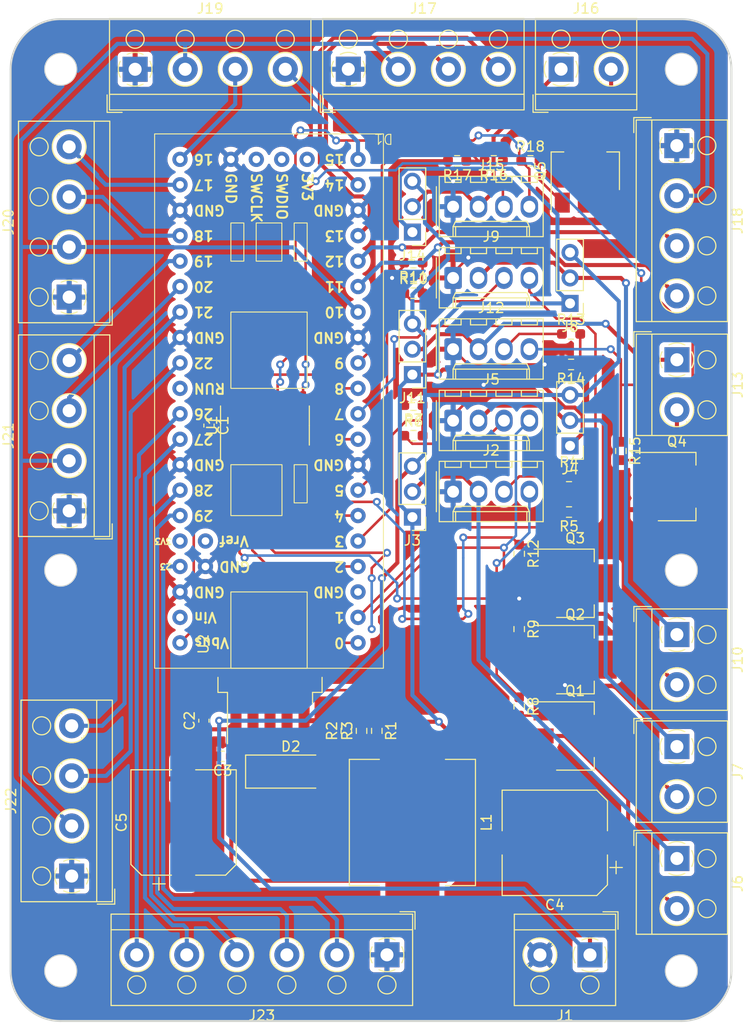
<source format=kicad_pcb>
(kicad_pcb (version 20221018) (generator pcbnew)
  (layers (0 "F.Cu" signal) (31 "B.Cu" signal) (34 "B.Paste" user) (35 "F.Paste" user) (36 "B.SilkS" user "B.Silkscreen") (37 "F.SilkS" user "F.Silkscreen") (38 "B.Mask" user) (39 "F.Mask" user) (44 "Edge.Cuts" user))
  (net 0 "")
  (net 1 "+24V")
  (net 2 "+12V")
  (net 3 "Net-(D1-GPIO0)")
  (net 4 "Net-(D1-GPIO1)")
  (net 5 "Net-(D1-GPIO2)")
  (net 6 "Net-(D1-GPIO3)")
  (net 7 "Net-(D1-GPIO4)")
  (net 8 "Net-(D1-GPIO5)")
  (net 9 "PWM_FAN3")
  (net 10 "SENSE_FAN3")
  (net 13 "+5V")
  (net 18 "GND")
  (net 19 "PWM_FAN4")
  (net 20 "SENSE_FAN4")
  (net 21 "Net-(D2-K)")
  (net 22 "Net-(J2-Pin_2)")
  (net 23 "Net-(J2-Pin_3)")
  (net 24 "Net-(J2-Pin_4)")
  (net 25 "Net-(J4-Pin_2)")
  (net 26 "Net-(J5-Pin_3)")
  (net 27 "Net-(J5-Pin_4)")
  (net 28 "Net-(J6-Pin_2)")
  (net 29 "Net-(J7-Pin_2)")
  (net 30 "Net-(J10-Pin_1)")
  (net 31 "Net-(J9-Pin_3)")
  (net 32 "Net-(J9-Pin_4)")
  (net 33 "Net-(J10-Pin_2)")
  (net 34 "Net-(J11-Pin_2)")
  (net 35 "Net-(J12-Pin_3)")
  (net 36 "Net-(J12-Pin_4)")
  (net 37 "Net-(J13-Pin_2)")
  (net 38 "Net-(J14-Pin_2)")
  (net 39 "Net-(J15-Pin_3)")
  (net 40 "Net-(J15-Pin_4)")
  (net 41 "Net-(J16-Pin_2)")
  (net 42 "Net-(Q1-G)")
  (net 43 "Net-(Q2-G)")
  (net 44 "Net-(Q3-G)")
  (net 45 "Net-(Q4-G)")
  (net 46 "Net-(Q5-G)")
  (net 47 "Net-(R1-Pad2)")
  (net 48 "Net-(U2-FB)")
  (net 50 "ENABLE_STEPPER")
  (net 51 "DIR_0")
  (net 52 "STEP_0")
  (net 53 "DIR_1")
  (net 54 "STEP_1")
  (net 55 "DIR_2")
  (net 56 "STEP_2")
  (net 57 "DIR_3")
  (net 58 "STEP_3")
  (net 59 "DIR_4")
  (net 60 "STEP_4")
  (net 61 "DIR_5")
  (net 62 "STEP_5")
  (net 63 "Net-(D1-GPIO26)")
  (net 64 "Net-(D1-GPIO27)")
  (net 65 "Net-(D1-GPIO28)")
  (net 66 "Net-(D1-GPIO29)")
  (net 67 "Net-(D1-GPIO23)")
  (footprint "Resistor_SMD:R_0603_1608Metric_Pad0.98x0.95mm_HandSolder" (layer "F.Cu") (at 35.052 -28.956 90)
    (fp_text reference "R3")
    (fp_text value "1k")
  )
  (footprint "Resistor_SMD:R_0603_1608Metric_Pad0.98x0.95mm_HandSolder" (layer "F.Cu") (at 55.7765 -54.356)
    (fp_text reference "R4")
    (fp_text value "2k7")
  )
  (footprint "Resistor_SMD:R_0603_1608Metric_Pad0.98x0.95mm_HandSolder" (layer "F.Cu") (at 44.6005 -85.852 180)
    (fp_text reference "R17")
    (fp_text value "5k1")
  )
  (footprint "TerminalBlock_RND:TerminalBlock_RND_205-00003_1x04_P5.00mm_Horizontal" (layer "F.Cu") (at 33.728 -95.004)
    (fp_text reference "J17")
    (fp_text value "Conn_01x04_Pin")
  )
  (footprint "TerminalBlock_RND:TerminalBlock_RND_205-00003_1x04_P5.00mm_Horizontal" (layer "F.Cu") (at 5.842 -72.256 90)
    (fp_text reference "J20")
    (fp_text value "Conn_01x04_Pin")
  )
  (footprint "Connector_Molex:Molex_KK-254_AE-6410-04A_1x04_P2.54mm_Vertical" (layer "F.Cu") (at 44.196 -52.832)
    (fp_text reference "J2")
    (fp_text value "Conn_01x04_Pin")
  )
  (footprint "Resistor_SMD:R_0603_1608Metric_Pad0.98x0.95mm_HandSolder" (layer "F.Cu") (at 40.2355 -72.644)
    (fp_text reference "R10")
    (fp_text value "2k7")
  )
  (footprint "Resistor_SMD:R_0603_1608Metric_Pad0.98x0.95mm_HandSolder" (layer "F.Cu") (at 36.576 -28.956 -90)
    (fp_text reference "R1")
    (fp_text value "12k")
  )
  (footprint "Resistor_SMD:R_0603_1608Metric_Pad0.98x0.95mm_HandSolder" (layer "F.Cu") (at 51.9195 -85.852)
    (fp_text reference "R18")
    (fp_text value "100R")
  )
  (footprint "Connector_Molex:Molex_KK-254_AE-6410-04A_1x04_P2.54mm_Vertical" (layer "F.Cu") (at 44.196 -67.056)
    (fp_text reference "J12")
    (fp_text value "Conn_01x04_Pin")
  )
  (footprint "Capacitor_SMD:C_0603_1608Metric_Pad1.08x0.95mm_HandSolder" (layer "F.Cu") (at 19.304 -29.972 90)
    (fp_text reference "C2")
    (fp_text value "100n")
  )
  (footprint "Resistor_SMD:R_0603_1608Metric_Pad0.98x0.95mm_HandSolder" (layer "F.Cu") (at 40.2355 -58.42)
    (fp_text reference "R6")
    (fp_text value "2k7")
  )
  (footprint "Package_TO_SOT_SMD:SOT-223" (layer "F.Cu") (at 66.548 -53.34)
    (fp_text reference "Q4")
    (fp_text value "IRFL4105PBF")
  )
  (footprint "Package_TO_SOT_SMD:SOT-223" (layer "F.Cu") (at 56.388 -43.688)
    (fp_text reference "Q3")
    (fp_text value "IRFL4105PBF")
  )
  (footprint "TerminalBlock_RND:TerminalBlock_RND_205-00001_1x02_P5.00mm_Horizontal" (layer "F.Cu") (at 54.984 -95.004)
    (fp_text reference "J16")
    (fp_text value "Conn_01x02_Socket")
  )
  (footprint "Connector_PinHeader_2.54mm:PinHeader_1x03_P2.54mm_Vertical" (layer "F.Cu") (at 40.132 -50.292 180)
    (fp_text reference "J3")
    (fp_text value "Conn_01x03_Pin")
  )
  (footprint "Resistor_SMD:R_0603_1608Metric_Pad0.98x0.95mm_HandSolder" (layer "F.Cu") (at 50.8 -46.6325 -90)
    (fp_text reference "R12")
    (fp_text value "100R")
  )
  (footprint "Connector_PinHeader_2.54mm:PinHeader_1x03_P2.54mm_Vertical" (layer "F.Cu") (at 55.88 -57.404 180)
    (fp_text reference "J4")
    (fp_text value "Conn_01x03_Pin")
  )
  (footprint "Resistor_SMD:R_0603_1608Metric_Pad0.98x0.95mm_HandSolder" (layer "F.Cu") (at 50.8 -39.116 -90)
    (fp_text reference "R9")
    (fp_text value "100R")
  )
  (footprint "Resistor_SMD:R_0603_1608Metric_Pad0.98x0.95mm_HandSolder" (layer "F.Cu") (at 48.26 -85.852 180)
    (fp_text reference "R16")
    (fp_text value "2k7")
  )
  (footprint "TerminalBlock_RND:TerminalBlock_RND_205-00001_1x02_P5.00mm_Horizontal" (layer "F.Cu") (at 66.556 -66 -90)
    (fp_text reference "J13")
    (fp_text value "Conn_01x02_Socket")
  )
  (footprint "TerminalBlock_RND:TerminalBlock_RND_205-00001_1x02_P5.00mm_Horizontal" (layer "F.Cu") (at 66.556 -16.216 -90)
    (fp_text reference "J6")
    (fp_text value "Conn_01x02_Socket")
  )
  (footprint "Resistor_SMD:R_0603_1608Metric_Pad0.98x0.95mm_HandSolder" (layer "F.Cu") (at 50.8 -31.3925 -90)
    (fp_text reference "R8")
    (fp_text value "100R")
  )
  (footprint "Package_TO_SOT_SMD:TO-263-5_TabPin3" (layer "F.Cu") (at 25.908 -37.622 90)
    (fp_text reference "U2")
    (fp_text value "LM2576HVS-ADJ")
  )
  (footprint "Package_TO_SOT_SMD:SOT-223" (layer "F.Cu") (at 57.404 -84.836 90)
    (fp_text reference "Q5")
    (fp_text value "IRFL4105PBF")
  )
  (footprint "Package_TO_SOT_SMD:SOT-223" (layer "F.Cu") (at 56.388 -36.068)
    (fp_text reference "Q2")
    (fp_text value "IRFL4105PBF")
  )
  (footprint "Capacitor_SMD:C_0603_1608Metric_Pad1.08x0.95mm_HandSolder" (layer "F.Cu") (at 19.812 -59.436 -90)
    (fp_text reference "C1")
    (fp_text value "100n")
  )
  (footprint "Diode_SMD:D_SMA_Handsoldering" (layer "F.Cu") (at 27.98 -24.892)
    (fp_text reference "D2")
    (fp_text value "SS34")
  )
  (footprint "Connector_Molex:Molex_KK-254_AE-6410-04A_1x04_P2.54mm_Vertical" (layer "F.Cu") (at 44.196 -59.924)
    (fp_text reference "J5")
    (fp_text value "Conn_01x04_Pin")
  )
  (footprint "TerminalBlock_RND:TerminalBlock_RND_205-00005_1x06_P5.00mm_Horizontal" (layer "F.Cu") (at 37.592 -6.604 180)
    (fp_text reference "J23")
    (fp_text value "Conn_01x06_Pin" hide)
  )
  (footprint "TerminalBlock_RND:TerminalBlock_RND_205-00003_1x04_P5.00mm_Horizontal" (layer "F.Cu") (at 5.842 -50.92 90)
    (fp_text reference "J21")
    (fp_text value "Conn_01x04_Pin")
  )
  (footprint "Connector_PinHeader_2.54mm:PinHeader_1x03_P2.54mm_Vertical" (layer "F.Cu") (at 40.132 -78.74 180)
    (fp_text reference "J14")
    (fp_text value "Conn_01x03_Pin")
  )
  (footprint "Resistor_SMD:R_0603_1608Metric_Pad0.98x0.95mm_HandSolder" (layer "F.Cu") (at 55.7765 -50.8 180)
    (fp_text reference "R5")
    (fp_text value "5k1")
  )
  (footprint "Connector_PinHeader_2.54mm:PinHeader_1x03_P2.54mm_Vertical" (layer "F.Cu") (at 55.88 -71.628 180)
    (fp_text reference "J8")
    (fp_text value "Conn_01x03_Pin")
  )
  (footprint "Package_SO:SOIC-14_3.9x8.7mm_P1.27mm" (layer "F.Cu") (at 25.4 -59.436 90)
    (fp_text reference "U1")
    (fp_text value "74HC14")
  )
  (footprint "Connector_Molex:Molex_KK-254_AE-6410-04A_1x04_P2.54mm_Vertical" (layer "F.Cu") (at 44.196 -74.168)
    (fp_text reference "J9")
    (fp_text value "Conn_01x04_Pin")
  )
  (footprint "TerminalBlock_RND:TerminalBlock_RND_205-00001_1x02_P5.00mm_Horizontal" (layer "F.Cu") (at 66.556 -38.568 -90)
    (fp_text reference "J10")
    (fp_text value "Conn_01x02_Socket")
  )
  (footprint "Resistor_SMD:R_0603_1608Metric_Pad0.98x0.95mm_HandSolder" (layer "F.Cu") (at 55.9835 -68.58)
    (fp_text reference "R13")
    (fp_text value "2k7")
  )
  (footprint "Resistor_SMD:R_0603_1608Metric_Pad0.98x0.95mm_HandSolder" (layer "F.Cu") (at 55.9835 -65.532 180)
    (fp_text reference "R14")
    (fp_text value "5k1")
  )
  (footprint "Resistor_SMD:R_0603_1608Metric_Pad0.98x0.95mm_HandSolder" (layer "F.Cu") (at 40.2355 -75.692 180)
    (fp_text reference "R11")
    (fp_text value "5k1")
  )
  (footprint "Connector_PinHeader_2.54mm:PinHeader_1x03_P2.54mm_Vertical" (layer "F.Cu") (at 40.132 -64.516 180)
    (fp_text reference "J11")
    (fp_text value "Conn_01x03_Pin")
  )
  (footprint "Resistor_SMD:R_0603_1608Metric_Pad0.98x0.95mm_HandSolder" (layer "F.Cu") (at 33.528 -28.956 90)
    (fp_text reference "R2")
    (fp_text value "1k5")
  )
  (footprint "Capacitor_SMD:CP_Elec_10x7.9" (layer "F.Cu") (at 17.272 -19.812 90)
    (fp_text reference "C5")
    (fp_text value "330u")
  )
  (footprint "GioN_Custom:L_12x12mm_H8mm" (layer "F.Cu") (at 40.132 -19.812 -90)
    (fp_text reference "L1")
    (fp_text value "100u")
  )
  (footprint "TerminalBlock_RND:TerminalBlock_RND_205-00003_1x04_P5.00mm_Horizontal" (layer "F.Cu") (at 6.096 -14.464 90)
    (fp_text reference "J22")
    (fp_text value "Conn_01x04_Pin")
  )
  (footprint "Resistor_SMD:R_0603_1608Metric_Pad0.98x0.95mm_HandSolder" (layer "F.Cu") (at 60.96 -56.896 -90)
    (fp_text reference "R15")
    (fp_text value "100R")
  )
  (footprint "Capacitor_SMD:CP_Elec_10x7.9" (layer "F.Cu") (at 54.356 -17.78 180)
    (fp_text reference "C4")
    (fp_text value "330u")
  )
  (footprint "Connector_Molex:Molex_KK-254_AE-6410-04A_1x04_P2.54mm_Vertical" (layer "F.Cu") (at 44.196 -81.28)
    (fp_text reference "J15")
    (fp_text value "Conn_01x04_Pin")
  )
  (footprint "TerminalBlock_RND:TerminalBlock_RND_205-00003_1x04_P5.00mm_Horizontal" (layer "F.Cu") (at 66.548 -87.376 -90)
    (fp_text reference "J18")
    (fp_text value "Conn_01x04_Pin")
  )
  (footprint "GioN_Custom:RaspberryPi_Pico_2040" (layer "F.Cu") (at 37.238 -88.546 180)
    (fp_text reference "D1")
    (fp_text value "~")
  )
  (footprint "Capacitor_SMD:C_0603_1608Metric_Pad1.08x0.95mm_HandSolder" (layer "F.Cu") (at 21.1825 -26.416 180)
    (fp_text reference "C3")
    (fp_text value "100n")
  )
  (footprint "TerminalBlock_RND:TerminalBlock_RND_205-00003_1x04_P5.00mm_Horizontal" (layer "F.Cu") (at 12.432 -94.996)
    (fp_text reference "J19")
    (fp_text value "Conn_01x04_Pin")
  )
  (footprint "Package_TO_SOT_SMD:SOT-223" (layer "F.Cu") (at 56.388 -28.448)
    (fp_text reference "Q1")
    (fp_text value "IRFL4105PBF")
  )
  (footprint "TerminalBlock_RND:TerminalBlock_RND_205-00001_1x02_P5.00mm_Horizontal" (layer "F.Cu") (at 66.556 -27.392 -90)
    (fp_text reference "J7")
    (fp_text value "Conn_01x02_Socket")
  )
  (footprint "Resistor_SMD:R_0603_1608Metric_Pad0.98x0.95mm_HandSolder" (layer "F.Cu") (at 40.2355 -61.468 180)
    (fp_text reference "R7")
    (fp_text value "5k1")
  )
  (footprint "TerminalBlock_RND:TerminalBlock_RND_205-00001_1x02_P5.00mm_Horizontal" (layer "F.Cu") (at 57.872 -6.596 180)
    (fp_text reference "J1")
    (fp_text value "Conn_01x02_Socket")
  )
  (gr_arc (start 5 0) (mid 1.464466 -1.464466) (end 0 -5) (stroke (width 0.2)) (layer "Edge.Cuts"))
  (gr_arc (start 0 -95) (mid 1.464466 -98.535534) (end 5 -100) (stroke (width 0.2)) (layer "Edge.Cuts"))
  (gr_circle (center 5 -95) (end 6.6 -95) (stroke (width 0.1)) (fill none) (layer "Edge.Cuts"))
  (gr_line (start 72 -5) (end 72 -45) (stroke (width 0.2)) (layer "Edge.Cuts"))
  (gr_line (start 0 -45) (end 0 -5) (stroke (width 0.2)) (layer "Edge.Cuts"))
  (gr_line (start 5 0) (end 67 0) (stroke (width 0.2)) (layer "Edge.Cuts"))
  (gr_arc (start 67 -100) (mid 70.535534 -98.535534) (end 72 -95) (stroke (width 0.2)) (layer "Edge.Cuts"))
  (gr_arc (start 72 -5) (mid 70.535533 -1.464467) (end 67 0) (stroke (width 0.2)) (layer "Edge.Cuts"))
  (gr_circle (center 4.999966 -4.999986) (end 3.399966 -4.999986) (stroke (width 0.1)) (fill none) (layer "Edge.Cuts"))
  (gr_circle (center 66.999966 -4.999986) (end 65.399966 -4.999986) (stroke (width 0.1)) (fill none) (layer "Edge.Cuts"))
  (gr_line (start 0 -95) (end 0 -45) (stroke (width 0.2)) (layer "Edge.Cuts"))
  (gr_circle (center 66.999966 -44.999986) (end 65.399966 -44.999986) (stroke (width 0.1)) (fill none) (layer "Edge.Cuts"))
  (gr_circle (center 67 -95) (end 68.6 -95) (stroke (width 0.1)) (fill none) (layer "Edge.Cuts"))
  (gr_circle (center 4.999966 -44.999986) (end 3.399966 -44.999986) (stroke (width 0.1)) (fill none) (layer "Edge.Cuts"))
  (gr_line (start 72 -45) (end 72 -95) (stroke (width 0.2)) (layer "Edge.Cuts"))
  (gr_line (start 67 -100) (end 5 -100) (stroke (width 0.2)) (layer "Edge.Cuts"))
  (segment (start 57.872 -6.596) (end 57.872 -16.946) (width 0.4064) (layer "F.Cu") (net 1))
  (segment (start 20.828 -29.972) (end 20.828 -29.1095) (width 0.4064) (layer "F.Cu") (net 1))
  (segment (start 40.132 -55.372) (end 38.6302 -53.8702) (width 0.4064) (layer "F.Cu") (net 1))
  (segment (start 38.6302 -45.7422) (end 37.084 -44.196) (width 0.4064) (layer "F.Cu") (net 1))
  (segment (start 21.6455 -29.1095) (end 22.508 -29.972) (width 0.4064) (layer "F.Cu") (net 1))
  (segment (start 38.6302 -53.8702) (end 38.6302 -45.7422) (width 0.4064) (layer "F.Cu") (net 1))
  (segment (start 20.828 -29.1095) (end 21.6455 -29.1095) (width 0.4064) (layer "F.Cu") (net 1))
  (segment (start 57.872 -16.946) (end 58.706 -17.78) (width 0.4064) (layer "F.Cu") (net 1))
  (segment (start 19.304 -29.1095) (end 20.828 -29.1095) (width 0.4064) (layer "F.Cu") (net 1))
  (via (at 20.828 -29.972) (size 0.8) (drill 0.4) (layers "F.Cu" "B.Cu") (net 1))
  (via (at 37.084 -44.196) (size 0.8) (drill 0.4) (layers "F.Cu" "B.Cu") (net 1))
  (segment (start 57.872 -6.596) (end 51.26 -13.208) (width 0.4064) (layer "B.Cu") (net 1))
  (segment (start 41.3852 -62.484) (end 41.3852 -56.6252) (width 0.4064) (layer "B.Cu") (net 1))
  (segment (start 41.3852 -79.638697) (end 43.688 -77.335897) (width 0.4064) (layer "B.Cu") (net 1))
  (segment (start 37.084 -37.592) (end 29.464 -29.972) (width 0.4064) (layer "B.Cu") (net 1))
  (segment (start 25.908 -13.208) (end 20.828 -18.288) (width 0.4064) (layer "B.Cu") (net 1))
  (segment (start 57.404 -62.484) (end 55.88 -62.484) (width 0.4064) (layer "B.Cu") (net 1))
  (segment (start 40.132 -69.596) (end 41.3852 -68.3428) (width 0.4064) (layer "B.Cu") (net 1))
  (segment (start 43.688 -77.335897) (end 43.688 -76.055692) (width 0.4064) (layer "B.Cu") (net 1))
  (segment (start 20.828 -18.288) (end 20.828 -29.972) (width 0.4064) (layer "B.Cu") (net 1))
  (segment (start 41.3852 -82.5668) (end 41.3852 -79.638697) (width 0.4064) (layer "B.Cu") (net 1))
  (segment (start 55.88 -62.484) (end 41.3852 -62.484) (width 0.4064) (layer "B.Cu") (net 1))
  (segment (start 41.3852 -68.3428) (end 41.3852 -62.484) (width 0.4064) (layer "B.Cu") (net 1))
  (segment (start 55.88 -76.708) (end 60.7472 -71.8408) (width 0.4064) (layer "B.Cu") (net 1))
  (segment (start 43.688 -76.055692) (end 40.132 -72.499692) (width 0.4064) (layer "B.Cu") (net 1))
  (segment (start 60.7472 -71.8408) (end 60.7472 -65.8272) (width 0.4064) (layer "B.Cu") (net 1))
  (segment (start 51.26 -13.208) (end 25.908 -13.208) (width 0.4064) (layer "B.Cu") (net 1))
  (segment (start 40.132 -83.82) (end 41.3852 -82.5668) (width 0.4064) (layer "B.Cu") (net 1))
  (segment (start 41.3852 -56.6252) (end 40.132 -55.372) (width 0.4064) (layer "B.Cu") (net 1))
  (segment (start 40.132 -72.499692) (end 40.132 -69.596) (width 0.4064) (layer "B.Cu") (net 1))
  (segment (start 29.464 -29.972) (end 20.828 -29.972) (width 0.4064) (layer "B.Cu") (net 1))
  (segment (start 60.7472 -65.8272) (end 57.404 -62.484) (width 0.4064) (layer "B.Cu") (net 1))
  (segment (start 37.084 -44.196) (end 37.084 -37.592) (width 0.4064) (layer "B.Cu") (net 1))
  (segment (start 57.1332 -58.6572) (end 55.88 -57.404) (width 0.4064) (layer "F.Cu") (net 2))
  (segment (start 22.045 -26.416) (end 22.045 -14.199) (width 0.4064) (layer "F.Cu") (net 2))
  (segment (start 36.576 -29.8685) (end 42.7755 -29.8685) (width 0.4064) (layer "F.Cu") (net 2))
  (segment (start 42.672 -64.516) (end 43.18 -65.024) (width 0.4064) (layer "F.Cu") (net 2))
  (segment (start 55.360907 -61.2308) (end 56.365493 -61.2308) (width 0.4064) (layer "F.Cu") (net 2))
  (segment (start 57.1332 -60.463093) (end 57.1332 -58.6572) (width 0.4064) (layer "F.Cu") (net 2))
  (segment (start 45.500384 -65.0018) (end 51.589907 -65.0018) (width 0.4064) (layer "F.Cu") (net 2))
  (segment (start 43.18 -65.024) (end 45.478184 -65.024) (width 0.4064) (layer "F.Cu") (net 2))
  (segment (start 17.272 -15.462) (end 18.736 -13.998) (width 0.4064) (layer "F.Cu") (net 2))
  (segment (start 51.589907 -65.0018) (end 55.360907 -61.2308) (width 0.4064) (layer "F.Cu") (net 2))
  (segment (start 18.736 -13.998) (end 21.844 -13.998) (width 0.4064) (layer "F.Cu") (net 2))
  (segment (start 44.196 -14.732) (end 43.462 -13.998) (width 0.4064) (layer "F.Cu") (net 2))
  (segment (start 43.462 -13.998) (end 40.132 -13.998) (width 0.4064) (layer "F.Cu") (net 2))
  (segment (start 22.045 -14.199) (end 21.844 -13.998) (width 0.4064) (layer "F.Cu") (net 2))
  (segment (start 40.132 -64.516) (end 42.672 -64.516) (width 0.4064) (layer "F.Cu") (net 2))
  (segment (start 56.365493 -61.2308) (end 57.1332 -60.463093) (width 0.4064) (layer "F.Cu") (net 2))
  (segment (start 21.844 -13.998) (end 40.132 -13.998) (width 0.4064) (layer "F.Cu") (net 2))
  (segment (start 44.196 -28.448) (end 44.196 -14.732) (width 0.4064) (layer "F.Cu") (net 2))
  (segment (start 45.478184 -65.024) (end 45.500384 -65.0018) (width 0.4064) (layer "F.Cu") (net 2))
  (segment (start 42.7755 -29.8685) (end 44.196 -28.448) (width 0.4064) (layer "F.Cu") (net 2))
  (via (at 42.672 -64.516) (size 0.8) (drill 0.4) (layers "F.Cu" "B.Cu") (net 2))
  (via (at 42.7755 -29.8685) (size 0.8) (drill 0.4) (layers "F.Cu" "B.Cu") (net 2))
  (segment (start 38.8788 -63.2628) (end 40.132 -64.516) (width 0.4064) (layer "B.Cu") (net 2))
  (segment (start 38.8788 -79.9932) (end 40.132 -78.74) (width 0.4064) (layer "B.Cu") (net 2))
  (segment (start 40.132 -32.512) (end 42.7755 -29.8685) (width 0.4064) (layer "B.Cu") (net 2))
  (segment (start 40.132 -50.292) (end 38.8788 -51.5452) (width 0.4064) (layer "B.Cu") (net 2))
  (segment (start 38.8788 -51.5452) (end 38.8788 -63.2628) (width 0.4064) (layer "B.Cu") (net 2))
  (segment (start 50.0548 -85.0732) (end 39.612907 -85.0732) (width 0.4064) (layer "B.Cu") (net 2))
  (segment (start 45.025621 -71.628) (end 42.672 -69.274379) (width 0.4064) (layer "B.Cu") (net 2))
  (segment (start 40.132 -50.292) (end 40.132 -32.512) (width 0.4064) (layer "B.Cu") (net 2))
  (segment (start 54.6268 -72.8812) (end 54.6268 -80.5012) (width 0.4064) (layer "B.Cu") (net 2))
  (segment (start 54.6268 -80.5012) (end 50.0548 -85.0732) (width 0.4064) (layer "B.Cu") (net 2))
  (segment (start 42.672 -69.274379) (end 42.672 -64.516) (width 0.4064) (layer "B.Cu") (net 2))
  (segment (start 55.88 -71.628) (end 54.6268 -72.8812) (width 0.4064) (layer "B.Cu") (net 2))
  (segment (start 39.612907 -85.0732) (end 38.8788 -84.339093) (width 0.4064) (layer "B.Cu") (net 2))
  (segment (start 55.88 -71.628) (end 45.025621 -71.628) (width 0.4064) (layer "B.Cu") (net 2))
  (segment (start 38.8788 -84.339093) (end 38.8788 -79.9932) (width 0.4064) (layer "B.Cu") (net 2))
  (segment (start 22.86 -44.704) (end 21.59 -45.974) (width 0.254) (layer "F.Cu") (net 3))
  (segment (start 32.512 -38.1) (end 32.512 -43.688) (width 0.254) (layer "F.Cu") (net 3))
  (segment (start 34.698 -37.746) (end 32.866 -37.746) (width 0.254) (layer "F.Cu") (net 3))
  (segment (start 32.866 -37.746) (end 32.512 -38.1) (width 0.254) (layer "F.Cu") (net 3))
  (segment (start 21.59 -45.974) (end 21.59 -56.961) (width 0.254) (layer "F.Cu") (net 3))
  (segment (start 31.496 -44.704) (end 22.86 -44.704) (width 0.254) (layer "F.Cu") (net 3))
  (segment (start 32.512 -43.688) (end 31.496 -44.704) (width 0.254) (layer "F.Cu") (net 3))
  (segment (start 34.698 -40.286) (end 43.688 -49.276) (width 0.254) (layer "F.Cu") (net 4))
  (segment (start 43.688 -49.276) (end 55.88 -49.276) (width 0.254) (layer "F.Cu") (net 4))
  (segment (start 55.88 -49.276) (end 56.689 -50.085) (width 0.254) (layer "F.Cu") (net 4))
  (segment (start 56.689 -50.085) (end 56.689 -50.8) (width 0.254) (layer "F.Cu") (net 4))
  (segment (start 56.689 -54.356) (end 56.689 -50.8) (width 0.254) (layer "F.Cu") (net 4))
  (segment (start 24.13 -56.961) (end 24.13 -46.99) (width 0.254) (layer "F.Cu") (net 5))
  (segment (start 24.13 -46.99) (end 25.754 -45.366) (width 0.254) (layer "F.Cu") (net 5))
  (segment (start 25.754 -45.366) (end 34.698 -45.366) (width 0.254) (layer "F.Cu") (net 5))
  (segment (start 38.1 -51.308) (end 34.698 -47.906) (width 0.254) (layer "F.Cu") (net 6))
  (segment (start 39.554596 -59.944) (end 38.1 -58.489404) (width 0.254) (layer "F.Cu") (net 6))
  (segment (start 41.148 -59.944) (end 39.554596 -59.944) (width 0.254) (layer "F.Cu") (net 6))
  (segment (start 38.1 -58.489404) (end 38.1 -51.308) (width 0.254) (layer "F.Cu") (net 6))
  (segment (start 41.148 -61.468) (end 41.148 -59.944) (width 0.254) (layer "F.Cu") (net 6))
  (segment (start 41.148 -59.944) (end 41.148 -58.42) (width 0.254) (layer "F.Cu") (net 6))
  (segment (start 34.698 -50.446) (end 27.786 -50.446) (width 0.254) (layer "F.Cu") (net 7))
  (segment (start 26.67 -51.562) (end 26.67 -56.961) (width 0.254) (layer "F.Cu") (net 7))
  (segment (start 27.786 -50.446) (end 26.67 -51.562) (width 0.254) (layer "F.Cu") (net 7))
  (segment (start 37.592 -72.205404) (end 37.592 -55.88) (width 0.254) (layer "F.Cu") (net 8))
  (segment (start 41.148 -75.692) (end 41.148 -74.168) (width 0.254) (layer "F.Cu") (net 8))
  (segment (start 37.592 -55.88) (end 34.698 -52.986) (width 0.254) (layer "F.Cu") (net 8))
  (segment (start 41.148 -74.168) (end 39.554596 -74.168) (width 0.254) (layer "F.Cu") (net 8))
  (segment (start 41.148 -74.168) (end 41.148 -72.644) (width 0.254) (layer "F.Cu") (net 8))
  (segment (start 39.554596 -74.168) (end 37.592 -72.205404) (width 0.254) (layer "F.Cu") (net 8))
  (segment (start 34.698 -58.066) (end 30.326 -58.066) (width 0.254) (layer "F.Cu") (net 9))
  (segment (start 27.94 -60.452) (end 27.94 -61.911) (width 0.254) (layer "F.Cu") (net 9))
  (segment (start 30.326 -58.066) (end 27.94 -60.452) (width 0.254) (layer "F.Cu") (net 9))
  (segment (start 38.48 -68.233) (end 38.319 -68.072) (width 0.254) (layer "F.Cu") (net 10))
  (segment (start 56.896 -68.58) (end 56.094 -69.382) (width 0.254) (layer "F.Cu") (net 10))
  (segment (start 56.094 -69.382) (end 41.80947 -69.382) (width 0.254) (layer "F.Cu") (net 10))
  (segment (start 40.66047 -68.233) (end 38.48 -68.233) (width 0.254) (layer "F.Cu") (net 10))
  (segment (start 56.896 -68.58) (end 56.896 -65.532) (width 0.254) (layer "F.Cu") (net 10))
  (segment (start 41.80947 -69.382) (end 40.66047 -68.233) (width 0.254) (layer "F.Cu") (net 10))
  (via (at 38.319 -68.072) (size 0.8) (drill 0.4) (layers "F.Cu" "B.Cu") (net 10))
  (segment (start 38.319 -64.227) (end 34.698 -60.606) (width 0.254) (layer "B.Cu") (net 10))
  (segment (start 38.319 -68.072) (end 38.319 -64.227) (width 0.254) (layer "B.Cu") (net 10))
  (segment (start 19.1505 -60.2985) (end 18.288 -59.436) (width 0.254) (layer "F.Cu") (net 13))
  (segment (start 21.59 -61.911) (end 21.4245 -61.911) (width 0.254) (layer "F.Cu") (net 13))
  (segment (start 18.288 -39.116) (end 16.918 -37.746) (width 0.254) (layer "F.Cu") (net 13))
  (segment (start 18.288 -59.436) (end 18.288 -39.116) (width 0.254) (layer "F.Cu") (net 13))
  (segment (start 19.812 -60.2985) (end 19.1505 -60.2985) (width 0.254) (layer "F.Cu") (net 13))
  (segment (start 21.4245 -61.911) (end 19.812 -60.2985) (width 0.254) (layer "F.Cu") (net 13))
  (segment (start 45.72 -65.532) (end 53.34 -65.532) (width 0.254) (layer "F.Cu") (net 18))
  (segment (start 44.196 -74.676) (end 45.72 -76.2) (width 0.254) (layer "F.Cu") (net 18))
  (segment (start 53.238 -41.388) (end 51.576 -41.388) (width 0.254) (layer "F.Cu") (net 18))
  (segment (start 55.071 -65.532) (end 53.34 -65.532) (width 0.254) (layer "F.Cu") (net 18))
  (segment (start 43.688 -85.852) (end 43.688 -84.328) (width 0.254) (layer "F.Cu") (net 18))
  (segment (start 43.688 -84.328) (end 44.196 -83.82) (width 0.254) (layer "F.Cu") (net 18))
  (segment (start 55.132 -33.768) (end 55.372 -33.528) (width 0.254) (layer "F.Cu") (net 18))
  (segment (start 44.196 -60.452) (end 47.244 -63.5) (width 0.254) (layer "F.Cu") (net 18))
  (segment (start 44.196 -74.168) (end 44.196 -74.676) (width 0.254) (layer "F.Cu") (net 18))
  (segment (start 53.238 -33.768) (end 55.132 -33.768) (width 0.254) (layer "F.Cu") (net 18))
  (segment (start 44.196 -67.056) (end 45.72 -65.532) (width 0.254) (layer "F.Cu") (net 18))
  (segment (start 51.576 -41.388) (end 50.8 -42.164) (width 0.254) (layer "F.Cu") (net 18))
  (segment (start 39.323 -75.391) (end 38.1 -74.168) (width 0.254) (layer "F.Cu") (net 18))
  (segment (start 44.196 -59.924) (end 44.196 -60.452) (width 0.254) (layer "F.Cu") (net 18))
  (segment (start 39.323 -75.692) (end 39.323 -75.391) (width 0.254) (layer "F.Cu") (net 18))
  (via (at 44.196 -83.82) (size 0.8) (drill 0.4) (layers "F.Cu" "B.Cu") (net 18))
  (via (at 38.1 -74.168) (size 0.8) (drill 0.4) (layers "F.Cu" "B.Cu") (net 18))
  (via (at 47.244 -63.5) (size 0.8) (drill 0.4) (layers "F.Cu" "B.Cu") (net 18))
  (via (at 53.34 -65.532) (size 0.8) (drill 0.4) (layers "F.Cu" "B.Cu") (net 18))
  (via (at 50.8 -42.164) (size 0.8) (drill 0.4) (layers "F.Cu" "B.Cu") (net 18))
  (via (at 45.72 -76.2) (size 0.8) (drill 0.4) (layers "F.Cu" "B.Cu") (net 18))
  (via (at 55.372 -33.528) (size 0.8) (drill 0.4) (layers "F.Cu" "B.Cu") (net 18))
  (segment (start 25.908 -64.516) (end 25.4 -64.008) (width 0.254) (layer "F.Cu") (net 19))
  (segment (start 34.698 -63.146) (end 31.85 -63.146) (width 0.254) (layer "F.Cu") (net 19))
  (segment (start 25.4 -64.008) (end 25.4 -61.911) (width 0.254) (layer "F.Cu") (net 19))
  (segment (start 30.48 -64.516) (end 25.908 -64.516) (width 0.254) (layer "F.Cu") (net 19))
  (segment (start 31.85 -63.146) (end 30.48 -64.516) (width 0.254) (layer "F.Cu") (net 19))
  (segment (start 45.513 -85.852) (end 46.736 -85.852) (width 0.254) (layer "F.Cu") (net 20))
  (segment (start 38.394 -86.654) (end 37.084 -85.344) (width 0.254) (layer "F.Cu") (net 20))
  (segment (start 37.084 -68.072) (end 34.698 -65.686) (width 0.254) (layer "F.Cu") (net 20))
  (segment (start 46.736 -85.852) (end 47.3475 -85.852) (width 0.254) (layer "F.Cu") (net 20))
  (segment (start 37.084 -85.344) (end 37.084 -68.072) (width 0.254) (layer "F.Cu") (net 20))
  (segment (start 46.736 -85.852) (end 45.934 -86.654) (width 0.254) (layer "F.Cu") (net 20))
  (segment (start 45.934 -86.654) (end 38.394 -86.654) (width 0.254) (layer "F.Cu") (net 20))
  (segment (start 40.132 -25.626) (end 35.842 -21.336) (width 0.4064) (layer "F.Cu") (net 21))
  (segment (start 24.208 -29.972) (end 24.208 -26.164) (width 0.4064) (layer "F.Cu") (net 21))
  (segment (start 24.208 -26.164) (end 25.48 -24.892) (width 0.4064) (layer "F.Cu") (net 21))
  (segment (start 35.842 -21.336) (end 25.908 -21.336) (width 0.4064) (layer "F.Cu") (net 21))
  (segment (start 25.908 -21.336) (end 25.48 -21.764) (width 0.4064) (layer "F.Cu") (net 21))
  (segment (start 25.48 -21.764) (end 25.48 -24.892) (width 0.4064) (layer "F.Cu") (net 21))
  (segment (start 46.736 -52.832) (end 45.2378 -54.3302) (width 0.4064) (layer "F.Cu") (net 22))
  (segment (start 45.2378 -54.3302) (end 41.6302 -54.3302) (width 0.4064) (layer "F.Cu") (net 22))
  (segment (start 41.6302 -54.3302) (end 40.132 -52.832) (width 0.4064) (layer "F.Cu") (net 22))
  (segment (start 66.556 -16.216) (end 46.736 -36.036) (width 0.4064) (layer "B.Cu") (net 22))
  (segment (start 46.736 -36.036) (end 46.736 -52.832) (width 0.4064) (layer "B.Cu") (net 22))
  (segment (start 50.8 -54.356) (end 49.276 -52.832) (width 0.254) (layer "F.Cu") (net 23))
  (segment (start 54.864 -54.356) (end 50.8 -54.356) (width 0.254) (layer "F.Cu") (net 23))
  (segment (start 50.8 -32.305) (end 48.549 -34.556) (width 0.254) (layer "F.Cu") (net 24))
  (segment (start 48.549 -34.556) (end 48.549 -42.164) (width 0.254) (layer "F.Cu") (net 24))
  (segment (start 22.86 -46.736) (end 23.368 -46.228) (width 0.254) (layer "F.Cu") (net 24))
  (segment (start 22.86 -56.961) (end 22.86 -46.736) (width 0.254) (layer "F.Cu") (net 24))
  (segment (start 48.549 -42.164) (end 48.549 -45.72) (width 0.254) (layer "F.Cu") (net 24))
  (segment (start 38.608 -42.164) (end 48.549 -42.164) (width 0.254) (layer "F.Cu") (net 24))
  (via (at 48.549 -45.72) (size 0.8) (drill 0.4) (layers "F.Cu" "B.Cu") (net 24))
  (via (at 38.608 -42.164) (size 0.8) (drill 0.4) (layers "F.Cu" "B.Cu") (net 24))
  (via (at 23.368 -46.228) (size 0.8) (drill 0.4) (layers "F.Cu" "B.Cu") (net 24))
  (segment (start 51.816 -52.832) (end 51.816 -48.755866) (width 0.254) (layer "B.Cu") (net 24))
  (segment (start 35.853134 -46.455) (end 38.608 -43.700134) (width 0.254) (layer "B.Cu") (net 24))
  (segment (start 23.368 -46.228) (end 23.595 -46.455) (width 0.254) (layer "B.Cu") (net 24))
  (segment (start 23.595 -46.455) (end 35.853134 -46.455) (width 0.254) (layer "B.Cu") (net 24))
  (segment (start 38.608 -43.700134) (end 38.608 -42.164) (width 0.254) (layer "B.Cu") (net 24))
  (segment (start 48.780134 -45.72) (end 48.549 -45.72) (width 0.254) (layer "B.Cu") (net 24))
  (segment (start 51.816 -48.755866) (end 48.780134 -45.72) (width 0.254) (layer "B.Cu") (net 24))
  (segment (start 46.736 -59.924) (end 48.2342 -61.4222) (width 0.4064) (layer "F.Cu") (net 25))
  (segment (start 48.2342 -61.4222) (end 53.8938 -61.4222) (width 0.4064) (layer "F.Cu") (net 25))
  (segment (start 55.372 -59.944) (end 55.88 -59.944) (width 0.4064) (layer "F.Cu") (net 25))
  (segment (start 53.8938 -61.4222) (end 55.372 -59.944) (width 0.4064) (layer "F.Cu") (net 25))
  (segment (start 58.928 -59.944) (end 55.88 -59.944) (width 0.4064) (layer "B.Cu") (net 25))
  (segment (start 66.556 -27.392) (end 59.436 -34.512) (width 0.4064) (layer "B.Cu") (net 25))
  (segment (start 59.436 -59.436) (end 58.928 -59.944) (width 0.4064) (layer "B.Cu") (net 25))
  (segment (start 59.436 -34.512) (end 59.436 -59.436) (width 0.4064) (layer "B.Cu") (net 25))
  (segment (start 49.276 -59.924) (end 46.97 -57.618) (width 0.254) (layer "F.Cu") (net 26))
  (segment (start 40.125 -57.618) (end 39.323 -58.42) (width 0.254) (layer "F.Cu") (net 26))
  (segment (start 46.97 -57.618) (end 40.125 -57.618) (width 0.254) (layer "F.Cu") (net 26))
  (segment (start 36.068 -44.196) (end 36.068 -45.212) (width 0.254) (layer "F.Cu") (net 27))
  (segment (start 42.659866 -47.244) (end 36.068 -40.652134) (width 0.254) (layer "F.Cu") (net 27))
  (segment (start 25.4 -56.961) (end 25.4 -47.752) (width 0.254) (layer "F.Cu") (net 27))
  (segment (start 25.4 -47.752) (end 26.416 -46.736) (width 0.254) (layer "F.Cu") (net 27))
  (segment (start 36.068 -40.652134) (end 36.068 -39.116) (width 0.254) (layer "F.Cu") (net 27))
  (segment (start 49.276 -41.5525) (end 49.276 -47.244) (width 0.254) (layer "F.Cu") (net 27))
  (segment (start 50.8 -40.0285) (end 49.276 -41.5525) (width 0.254) (layer "F.Cu") (net 27))
  (segment (start 36.068 -45.212) (end 37.592 -46.736) (width 0.254) (layer "F.Cu") (net 27))
  (segment (start 26.416 -46.736) (end 37.592 -46.736) (width 0.254) (layer "F.Cu") (net 27))
  (segment (start 49.276 -47.244) (end 42.659866 -47.244) (width 0.254) (layer "F.Cu") (net 27))
  (via (at 36.068 -39.116) (size 0.8) (drill 0.4) (layers "F.Cu" "B.Cu") (net 27))
  (via (at 36.068 -44.196) (size 0.8) (drill 0.4) (layers "F.Cu" "B.Cu") (net 27))
  (via (at 49.276 -47.244) (size 0.8) (drill 0.4) (layers "F.Cu" "B.Cu") (net 27))
  (via (at 37.592 -46.736) (size 0.8) (drill 0.4) (layers "F.Cu" "B.Cu") (net 27))
  (segment (start 49.276 -47.244) (end 50.473 -48.441) (width 0.254) (layer "B.Cu") (net 27))
  (segment (start 36.068 -39.116) (end 36.068 -44.196) (width 0.254) (layer "B.Cu") (net 27))
  (segment (start 50.473 -58.581) (end 51.816 -59.924) (width 0.254) (layer "B.Cu") (net 27))
  (segment (start 50.473 -48.441) (end 50.473 -58.581) (width 0.254) (layer "B.Cu") (net 27))
  (segment (start 61.689308 -22.130692) (end 55.372 -28.448) (width 0.4064) (layer "F.Cu") (net 28))
  (segment (start 55.372 -28.448) (end 53.238 -28.448) (width 0.4064) (layer "F.Cu") (net 28))
  (segment (start 61.689308 -16.082692) (end 61.689308 -22.130692) (width 0.4064) (layer "F.Cu") (net 28))
  (segment (start 66.556 -11.216) (end 61.689308 -16.082692) (width 0.4064) (layer "F.Cu") (net 28))
  (segment (start 62.484 -26.464) (end 62.484 -29.972) (width 0.4064) (layer "F.Cu") (net 29))
  (segment (start 66.556 -22.392) (end 62.484 -26.464) (width 0.4064) (layer "F.Cu") (net 29))
  (segment (start 59.944 -32.512) (end 58.928 -32.512) (width 0.4064) (layer "F.Cu") (net 29))
  (segment (start 62.484 -29.972) (end 59.944 -32.512) (width 0.4064) (layer "F.Cu") (net 29))
  (segment (start 55.372 -36.068) (end 53.238 -36.068) (width 0.4064) (layer "F.Cu") (net 29))
  (segment (start 58.928 -32.512) (end 55.372 -36.068) (width 0.4064) (layer "F.Cu") (net 29))
  (segment (start 48.26 -75.692) (end 54.266127 -75.692) (width 0.4064) (layer "F.Cu") (net 30))
  (segment (start 55.790127 -74.168) (end 55.88 -74.168) (width 0.4064) (layer "F.Cu") (net 30))
  (segment (start 60.96 -74.168) (end 55.88 -74.168) (width 0.4064) (layer "F.Cu") (net 30))
  (segment (start 46.736 -74.168) (end 48.26 -75.692) (width 0.4064) (layer "F.Cu") (net 30))
  (segment (start 61.468 -73.66) (end 60.96 -74.168) (width 0.4064) (layer "F.Cu") (net 30))
  (segment (start 54.266127 -75.692) (end 55.790127 -74.168) (width 0.4064) (layer "F.Cu") (net 30))
  (via (at 61.468 -73.66) (size 0.8) (drill 0.4) (layers "F.Cu" "B.Cu") (net 30))
  (segment (start 66.556 -38.568) (end 61.468 -43.656) (width 0.4064) (layer "B.Cu") (net 30))
  (segment (start 61.468 -43.656) (end 61.468 -73.66) (width 0.4064) (layer "B.Cu") (net 30))
  (segment (start 40.125 -71.842) (end 39.323 -72.644) (width 0.254) (layer "F.Cu") (net 31))
  (segment (start 49.276 -74.168) (end 46.95 -71.842) (width 0.254) (layer "F.Cu") (net 31))
  (segment (start 46.95 -71.842) (end 40.125 -71.842) (width 0.254) (layer "F.Cu") (net 31))
  (segment (start 45.212 -40.132) (end 45.72 -40.64) (width 0.254) (layer "F.Cu") (net 32))
  (segment (start 58.42 -68.58) (end 58.42 -50.292) (width 0.254) (layer "F.Cu") (net 32))
  (segment (start 51.816 -72.819) (end 54.531 -70.104) (width 0.254) (layer "F.Cu") (net 32))
  (segment (start 32.110001 -51.816) (end 36.576 -51.816) (width 0.254) (layer "F.Cu") (net 32))
  (segment (start 55.673 -47.545) (end 50.8 -47.545) (width 0.254) (layer "F.Cu") (net 32))
  (segment (start 51.816 -74.168) (end 51.816 -72.819) (width 0.254) (layer "F.Cu") (net 32))
  (segment (start 27.94 -55.986001) (end 32.110001 -51.816) (width 0.254) (layer "F.Cu") (net 32))
  (segment (start 39.116 -40.132) (end 45.212 -40.132) (width 0.254) (layer "F.Cu") (net 32))
  (segment (start 50.085 -48.26) (end 45.212 -48.26) (width 0.254) (layer "F.Cu") (net 32))
  (segment (start 50.8 -47.545) (end 50.085 -48.26) (width 0.254) (layer "F.Cu") (net 32))
  (segment (start 27.94 -56.961) (end 27.94 -55.986001) (width 0.254) (layer "F.Cu") (net 32))
  (segment (start 54.531 -70.104) (end 56.896 -70.104) (width 0.254) (layer "F.Cu") (net 32))
  (segment (start 56.896 -70.104) (end 58.42 -68.58) (width 0.254) (layer "F.Cu") (net 32))
  (segment (start 58.42 -50.292) (end 55.673 -47.545) (width 0.254) (layer "F.Cu") (net 32))
  (via (at 45.212 -48.26) (size 0.8) (drill 0.4) (layers "F.Cu" "B.Cu") (net 32))
  (via (at 39.116 -40.132) (size 0.8) (drill 0.4) (layers "F.Cu" "B.Cu") (net 32))
  (via (at 36.576 -51.816) (size 0.8) (drill 0.4) (layers "F.Cu" "B.Cu") (net 32))
  (via (at 45.72 -40.64) (size 0.8) (drill 0.4) (layers "F.Cu" "B.Cu") (net 32))
  (segment (start 39.335 -40.351) (end 39.116 -40.132) (width 0.254) (layer "B.Cu") (net 32))
  (segment (start 36.576 -51.816) (end 36.576 -51.494) (width 0.254) (layer "B.Cu") (net 32))
  (segment (start 36.576 -51.494) (end 39.335 -48.735) (width 0.254) (layer "B.Cu") (net 32))
  (segment (start 45.212 -41.148) (end 45.212 -46.228) (width 0.254) (layer "B.Cu") (net 32))
  (segment (start 45.72 -40.64) (end 45.212 -41.148) (width 0.254) (layer "B.Cu") (net 32))
  (segment (start 45.212 -48.26) (end 45.212 -46.228) (width 0.254) (layer "B.Cu") (net 32))
  (segment (start 39.335 -48.735) (end 39.335 -40.351) (width 0.254) (layer "B.Cu") (net 32))
  (segment (start 59.484 -40.64) (end 57.404 -40.64) (width 0.4064) (layer "F.Cu") (net 33))
  (segment (start 66.556 -33.568) (end 59.484 -40.64) (width 0.4064) (layer "F.Cu") (net 33))
  (segment (start 57.404 -40.64) (end 54.356 -43.688) (width 0.4064) (layer "F.Cu") (net 33))
  (segment (start 54.356 -43.688) (end 53.238 -43.688) (width 0.4064) (layer "F.Cu") (net 33))
  (segment (start 42.6462 -68.5542) (end 41.148 -67.056) (width 0.4064) (layer "F.Cu") (net 34))
  (segment (start 45.2378 -68.5542) (end 42.6462 -68.5542) (width 0.4064) (layer "F.Cu") (net 34))
  (segment (start 46.736 -67.056) (end 45.2378 -68.5542) (width 0.4064) (layer "F.Cu") (net 34))
  (segment (start 59.436 -69.596) (end 63.032 -66) (width 0.4064) (layer "F.Cu") (net 34))
  (segment (start 41.148 -67.056) (end 40.132 -67.056) (width 0.4064) (layer "F.Cu") (net 34))
  (segment (start 63.032 -66) (end 66.556 -66) (width 0.4064) (layer "F.Cu") (net 34))
  (via (at 59.436 -69.596) (size 0.8) (drill 0.4) (layers "F.Cu" "B.Cu") (net 34))
  (segment (start 49.276 -69.596) (end 59.436 -69.596) (width 0.4064) (layer "B.Cu") (net 34))
  (segment (start 46.736 -67.056) (end 49.276 -69.596) (width 0.4064) (layer "B.Cu") (net 34))
  (segment (start 50.8 -68.58) (end 49.276 -67.056) (width 0.254) (layer "F.Cu") (net 35))
  (segment (start 55.071 -68.58) (end 50.8 -68.58) (width 0.254) (layer "F.Cu") (net 35))
  (segment (start 62.992 -74.6516) (end 62.992 -73.701785) (width 0.254) (layer "F.Cu") (net 36))
  (segment (start 29.464 -82.804) (end 30.48 -83.82) (width 0.254) (layer "F.Cu") (net 36))
  (segment (start 68.133 -64.162) (end 67.471 -63.5) (width 0.254) (layer "F.Cu") (net 36))
  (segment (start 60.96 -66.04) (end 59.944 -67.056) (width 0.254) (layer "F.Cu") (net 36))
  (segment (start 62.992 -73.701785) (end 68.133 -68.560785) (width 0.254) (layer "F.Cu") (net 36))
  (segment (start 68.133 -68.560785) (end 68.133 -64.162) (width 0.254) (layer "F.Cu") (net 36))
  (segment (start 60.96 -63.5) (end 60.96 -66.04) (width 0.254) (layer "F.Cu") (net 36))
  (segment (start 67.471 -63.5) (end 60.96 -63.5) (width 0.254) (layer "F.Cu") (net 36))
  (segment (start 29.21 -61.911) (end 29.21 -63.246) (width 0.254) (layer "F.Cu") (net 36))
  (segment (start 29.21 -63.246) (end 29.464 -63.5) (width 0.254) (layer "F.Cu") (net 36))
  (segment (start 60.96 -57.8085) (end 60.96 -63.5) (width 0.254) (layer "F.Cu") (net 36))
  (segment (start 29.464 -65.532) (end 29.464 -82.804) (width 0.254) (layer "F.Cu") (net 36))
  (via (at 30.48 -83.82) (size 0.8) (drill 0.4) (layers "F.Cu" "B.Cu") (net 36))
  (via (at 62.992 -74.6516) (size 0.8) (drill 0.4) (layers "F.Cu" "B.Cu") (net 36))
  (via (at 29.464 -65.532) (size 0.8) (drill 0.4) (layers "F.Cu" "B.Cu") (net 36))
  (via (at 29.464 -63.5) (size 0.8) (drill 0.4) (layers "F.Cu" "B.Cu") (net 36))
  (via (at 59.944 -67.056) (size 0.8) (drill 0.4) (layers "F.Cu" "B.Cu") (net 36))
  (segment (start 59.944 -67.056) (end 51.816 -67.056) (width 0.254) (layer "B.Cu") (net 36))
  (segment (start 30.48 -83.82) (end 31.577 -84.917) (width 0.254) (layer "B.Cu") (net 36))
  (segment (start 39.1564 -85.6034) (end 52.0402 -85.6034) (width 0.254) (layer "B.Cu") (net 36))
  (segment (start 52.0402 -85.6034) (end 62.992 -74.6516) (width 0.254) (layer "B.Cu") (net 36))
  (segment (start 38.47 -84.917) (end 39.1564 -85.6034) (width 0.254) (layer "B.Cu") (net 36))
  (segment (start 31.577 -84.917) (end 38.47 -84.917) (width 0.254) (layer "B.Cu") (net 36))
  (segment (start 29.464 -63.5) (end 29.464 -65.532) (width 0.254) (layer "B.Cu") (net 36))
  (segment (start 65.532 -53.34) (end 63.398 -53.34) (width 0.4064) (layer "F.Cu") (net 37))
  (segment (start 66.556 -54.364) (end 65.532 -53.34) (width 0.4064) (layer "F.Cu") (net 37))
  (segment (start 66.556 -61) (end 66.556 -54.364) (width 0.4064) (layer "F.Cu") (net 37))
  (segment (start 45.2378 -82.7782) (end 41.6302 -82.7782) (width 0.4064) (layer "F.Cu") (net 38))
  (segment (start 41.6302 -82.7782) (end 40.132 -81.28) (width 0.4064) (layer "F.Cu") (net 38))
  (segment (start 54.984 -95.004) (end 48.2382 -88.2582) (width 0.4064) (layer "F.Cu") (net 38))
  (segment (start 48.2382 -88.2582) (end 48.2382 -82.7822) (width 0.4064) (layer "F.Cu") (net 38))
  (segment (start 48.2382 -82.7822) (end 46.736 -81.28) (width 0.4064) (layer "F.Cu") (net 38))
  (segment (start 46.736 -81.28) (end 45.2378 -82.7782) (width 0.4064) (layer "F.Cu") (net 38))
  (segment (start 49.1725 -85.852) (end 49.1725 -81.3835) (width 0.254) (layer "F.Cu") (net 39))
  (segment (start 49.1725 -81.3835) (end 49.276 -81.28) (width 0.254) (layer "F.Cu") (net 39))
  (segment (start 50.8 -87.376) (end 50.8 -86.059) (width 0.254) (layer "F.Cu") (net 40))
  (segment (start 28.448 -67.056) (end 28.448 -88.392) (width 0.254) (layer "F.Cu") (net 40))
  (segment (start 50.8 -86.059) (end 51.007 -85.852) (width 0.254) (layer "F.Cu") (net 40))
  (segment (start 26.67 -63.535) (end 26.924 -63.789) (width 0.254) (layer "F.Cu") (net 40))
  (segment (start 26.67 -61.911) (end 26.67 -63.535) (width 0.254) (layer "F.Cu") (net 40))
  (segment (start 51.816 -85.043) (end 51.007 -85.852) (width 0.254) (layer "F.Cu") (net 40))
  (segment (start 32.512 -87.884) (end 46.228 -87.884) (width 0.254) (layer "F.Cu") (net 40))
  (segment (start 28.448 -88.392) (end 28.956 -88.9) (width 0.254) (layer "F.Cu") (net 40))
  (segment (start 46.228 -87.884) (end 46.736 -88.392) (width 0.254) (layer "F.Cu") (net 40))
  (segment (start 51.816 -81.28) (end 51.816 -85.043) (width 0.254) (layer "F.Cu") (net 40))
  (segment (start 26.924 -65.532) (end 28.448 -67.056) (width 0.254) (layer "F.Cu") (net 40))
  (via (at 26.924 -63.789) (size 0.8) (drill 0.4) (layers "F.Cu" "B.Cu") (net 40))
  (via (at 26.924 -65.532) (size 0.8) (drill 0.4) (layers "F.Cu" "B.Cu") (net 40))
  (via (at 46.736 -88.392) (size 0.8) (drill 0.4) (layers "F.Cu" "B.Cu") (net 40))
  (via (at 50.8 -87.376) (size 0.8) (drill 0.4) (layers "F.Cu" "B.Cu") (net 40))
  (via (at 32.512 -87.884) (size 0.8) (drill 0.4) (layers "F.Cu" "B.Cu") (net 40))
  (via (at 28.956 -88.9) (size 0.8) (drill 0.4) (layers "F.Cu" "B.Cu") (net 40))
  (segment (start 49.784 -88.392) (end 50.8 -87.376) (width 0.254) (layer "B.Cu") (net 40))
  (segment (start 26.924 -63.789) (end 26.924 -65.532) (width 0.254) (layer "B.Cu") (net 40))
  (segment (start 46.736 -88.392) (end 49.784 -88.392) (width 0.254) (layer "B.Cu") (net 40))
  (segment (start 28.956 -88.9) (end 31.496 -88.9) (width 0.254) (layer "B.Cu") (net 40))
  (segment (start 31.496 -88.9) (end 32.512 -87.884) (width 0.254) (layer "B.Cu") (net 40))
  (segment (start 57.404 -84.2796) (end 57.404 -81.686) (width 0.4064) (layer "F.Cu") (net 41))
  (segment (start 59.984 -86.8596) (end 57.9604 -84.836) (width 0.4064) (layer "F.Cu") (net 41))
  (segment (start 57.9604 -84.836) (end 57.404 -84.2796) (width 0.4064) (layer "F.Cu") (net 41))
  (segment (start 59.984 -95.004) (end 59.984 -86.8596) (width 0.4064) (layer "F.Cu") (net 41))
  (segment (start 52.97 -30.48) (end 53.238 -30.748) (width 0.254) (layer "F.Cu") (net 42))
  (segment (start 50.8 -30.48) (end 52.97 -30.48) (width 0.254) (layer "F.Cu") (net 42))
  (segment (start 50.8 -38.2035) (end 53.0735 -38.2035) (width 0.254) (layer "F.Cu") (net 43))
  (segment (start 53.0735 -38.2035) (end 53.238 -38.368) (width 0.254) (layer "F.Cu") (net 43))
  (segment (start 53.238 -45.988) (end 51.068 -45.988) (width 0.254) (layer "F.Cu") (net 44))
  (segment (start 51.068 -45.988) (end 50.8 -45.72) (width 0.254) (layer "F.Cu") (net 44))
  (segment (start 63.0545 -55.9835) (end 63.398 -55.64) (width 0.254) (layer "F.Cu") (net 45))
  (segment (start 60.96 -55.9835) (end 63.0545 -55.9835) (width 0.254) (layer "F.Cu") (net 45))
  (segment (start 52.832 -85.852) (end 52.832 -83.958) (width 0.254) (layer "F.Cu") (net 46))
  (segment (start 52.832 -83.958) (end 55.104 -81.686) (width 0.254) (layer "F.Cu") (net 46))
  (segment (start 36.576 -28.0435) (end 35.052 -28.0435) (width 0.254) (layer "F.Cu") (net 47))
  (segment (start 35.052 -32.004) (end 35.052 -29.8685) (width 0.254) (layer "F.Cu") (net 48))
  (segment (start 27.94 -33.02) (end 34.036 -33.02) (width 0.254) (layer "F.Cu") (net 48))
  (segment (start 27.608 -29.972) (end 27.608 -32.688) (width 0.254) (layer "F.Cu") (net 48))
  (segment (start 27.608 -32.688) (end 27.94 -33.02) (width 0.254) (layer "F.Cu") (net 48))
  (segment (start 34.036 -33.02) (end 35.052 -32.004) (width 0.254) (layer "F.Cu") (net 48))
  (segment (start 35.052 -29.8685) (end 33.528 -29.8685) (width 0.254) (layer "F.Cu") (net 48))
  (segment (start 17.432 -94.996) (end 17.432 -97.376) (width 0.4064) (layer "B.Cu") (net 50))
  (segment (start 68.072 -98.044) (end 36.704 -98.044) (width 0.4064) (layer "B.Cu") (net 50))
  (segment (start 10.668 -97.536) (end 17.272 -97.536) (width 0.4064) (layer "B.Cu") (net 50))
  (segment (start 1.056 -77.256) (end 1.016 -77.216) (width 0.4064) (layer "B.Cu") (net 50))
  (segment (start 5.842 -55.92) (end 1.056 -55.92) (width 0.4064) (layer "B.Cu") (net 50))
  (segment (start 5.842 -77.256) (end 1.056 -77.256) (width 0.4064) (layer "B.Cu") (net 50))
  (segment (start 1.056 -55.92) (end 1.016 -55.88) (width 0.4064) (layer "B.Cu") (net 50))
  (segment (start 1.016 -24.544) (end 1.016 -55.88) (width 0.4064) (layer "B.Cu") (net 50))
  (segment (start 17.432 -97.376) (end 17.272 -97.536) (width 0.4064) (layer "B.Cu") (net 50))
  (segment (start 36.196 -97.536) (end 38.728 -95.004) (width 0.4064) (layer "B.Cu") (net 50))
  (segment (start 66.548 -82.376) (end 68.66 -82.376) (width 0.4064) (layer "B.Cu") (net 50))
  (segment (start 36.704 -98.044) (end 36.196 -97.536) (width 0.4064) (layer "B.Cu") (net 50))
  (segment (start 34.698 -70.766) (end 28.248 -77.216) (width 0.4064) (layer "B.Cu") (net 50))
  (segment (start 69.596 -96.52) (end 68.072 -98.044) (width 0.4064) (layer "B.Cu") (net 50))
  (segment (start 1.016 -87.884) (end 10.668 -97.536) (width 0.4064) (layer "B.Cu") (net 50))
  (segment (start 16.216 -77.256) (end 5.842 -77.256) (width 0.4064) (layer "B.Cu") (net 50))
  (segment (start 17.272 -97.536) (end 36.196 -97.536) (width 0.4064) (layer "B.Cu") (net 50))
  (segment (start 69.596 -83.312) (end 69.596 -96.52) (width 0.4064) (layer "B.Cu") (net 50))
  (segment (start 6.096 -19.464) (end 1.016 -24.544) (width 0.4064) (layer "B.Cu") (net 50))
  (segment (start 68.66 -82.376) (end 69.596 -83.312) (width 0.4064) (layer "B.Cu") (net 50))
  (segment (start 1.016 -55.88) (end 1.016 -77.216) (width 0.4064) (layer "B.Cu") (net 50))
  (segment (start 16.256 -77.216) (end 16.216 -77.256) (width 0.4064) (layer "B.Cu") (net 50))
  (segment (start 28.248 -77.216) (end 16.256 -77.216) (width 0.4064) (layer "B.Cu") (net 50))
  (segment (start 1.016 -77.216) (end 1.016 -87.884) (width 0.4064) (layer "B.Cu") (net 50))
  (segment (start 43.18 -77.724) (end 42.672 -77.216) (width 0.4064) (layer "F.Cu") (net 51))
  (segment (start 63.4692 -75.4548) (end 55.360907 -75.4548) (width 0.4064) (layer "F.Cu") (net 51))
  (segment (start 55.360907 -75.4548) (end 53.091707 -77.724) (width 0.4064) (layer "F.Cu") (net 51))
  (segment (start 66.548 -72.376) (end 63.4692 -75.4548) (width 0.4064) (layer "F.Cu") (net 51))
  (segment (start 53.091707 -77.724) (end 43.18 -77.724) (width 0.4064) (layer "F.Cu") (net 51))
  (via (at 42.672 -77.216) (size 0.8) (drill 0.4) (layers "F.Cu" "B.Cu") (net 51))
  (segment (start 37.084 -75.692) (end 34.698 -73.306) (width 0.4064) (layer "B.Cu") (net 51))
  (segment (start 41.148 -75.692) (end 37.084 -75.692) (width 0.4064) (layer "B.Cu") (net 51))
  (segment (start 42.672 -77.216) (end 41.148 -75.692) (width 0.4064) (layer "B.Cu") (net 51))
  (segment (start 42.672 -78.74) (end 65.184 -78.74) (width 0.4064) (layer "F.Cu") (net 52))
  (segment (start 39.116 -77.216) (end 41.148 -77.216) (width 0.4064) (layer "F.Cu") (net 52))
  (segment (start 65.184 -78.74) (end 66.548 -77.376) (width 0.4064) (layer "F.Cu") (net 52))
  (segment (start 41.148 -77.216) (end 42.672 -78.74) (width 0.4064) (layer "F.Cu") (net 52))
  (via (at 39.116 -77.216) (size 0.8) (drill 0.4) (layers "F.Cu" "B.Cu") (net 52))
  (segment (start 39.116 -77.216) (end 36.068 -77.216) (width 0.4064) (layer "B.Cu") (net 52))
  (segment (start 36.068 -77.216) (end 34.698 -75.846) (width 0.4064) (layer "B.Cu") (net 52))
  (segment (start 34.698 -78.386) (end 35.8632 -79.5512) (width 0.4064) (layer "F.Cu") (net 53))
  (segment (start 35.180642 -82.3008) (end 34.215358 -82.3008) (width 0.4064) (layer "F.Cu") (net 53))
  (segment (start 32.260821 -98.1424) (end 45.5896 -98.1424) (width 0.4064) (layer "F.Cu") (net 53))
  (segment (start 30.8896 -85.626558) (end 30.8896 -96.77118) (width 0.4064) (layer "F.Cu") (net 53))
  (segment (start 35.8632 -79.5512) (end 35.8632 -81.618242) (width 0.4064) (layer "F.Cu") (net 53))
  (segment (start 35.8632 -81.618242) (end 35.180642 -82.3008) (width 0.4064) (layer "F.Cu") (net 53))
  (segment (start 45.5896 -98.1424) (end 48.728 -95.004) (width 0.4064) (layer "F.Cu") (net 53))
  (segment (start 30.8896 -96.77118) (end 32.260821 -98.1424) (width 0.4064) (layer "F.Cu") (net 53))
  (segment (start 34.215358 -82.3008) (end 30.8896 -85.626558) (width 0.4064) (layer "F.Cu") (net 53))
  (segment (start 34.698 -83.466) (end 31.496 -86.668) (width 0.4064) (layer "F.Cu") (net 54))
  (segment (start 41.196 -97.536) (end 43.728 -95.004) (width 0.4064) (layer "F.Cu") (net 54))
  (segment (start 32.512 -97.536) (end 41.196 -97.536) (width 0.4064) (layer "F.Cu") (net 54))
  (segment (start 31.496 -96.52) (end 32.512 -97.536) (width 0.4064) (layer "F.Cu") (net 54))
  (segment (start 31.496 -86.668) (end 31.496 -96.52) (width 0.4064) (layer "F.Cu") (net 54))
  (segment (start 34.698 -87.73) (end 34.698 -86.006) (width 0.4064) (layer "B.Cu") (net 55))
  (segment (start 27.432 -94.996) (end 34.698 -87.73) (width 0.4064) (layer "B.Cu") (net 55))
  (segment (start 22.432 -91.52) (end 16.918 -86.006) (width 0.4064) (layer "B.Cu") (net 56))
  (segment (start 22.432 -94.996) (end 22.432 -91.52) (width 0.4064) (layer "B.Cu") (net 56))
  (segment (start 8.636 -84.328) (end 9.498 -83.466) (width 0.4064) (layer "B.Cu") (net 57))
  (segment (start 9.498 -83.466) (end 16.918 -83.466) (width 0.4064) (layer "B.Cu") (net 57))
  (segment (start 5.842 -87.256) (end 8.636 -84.462) (width 0.4064) (layer "B.Cu") (net 57))
  (segment (start 8.636 -84.462) (end 8.636 -84.328) (width 0.4064) (layer "B.Cu") (net 57))
  (segment (start 13.054 -78.386) (end 16.918 -78.386) (width 0.4064) (layer "B.Cu") (net 58))
  (segment (start 5.842 -82.256) (end 9.184 -82.256) (width 0.4064) (layer "B.Cu") (net 58))
  (segment (start 9.184 -82.256) (end 13.054 -78.386) (width 0.4064) (layer "B.Cu") (net 58))
  (segment (start 15.768 -75.846) (end 16.918 -75.846) (width 0.4064) (layer "B.Cu") (net 59))
  (segment (start 5.842 -65.92) (end 15.768 -75.846) (width 0.4064) (layer "B.Cu") (net 59))
  (segment (start 5.842 -62.23) (end 16.918 -73.306) (width 0.4064) (layer "B.Cu") (net 60))
  (segment (start 5.842 -60.92) (end 5.842 -62.23) (width 0.4064) (layer "B.Cu") (net 60))
  (segment (start 11.3792 -31.6992) (end 9.144 -29.464) (width 0.4064) (layer "B.Cu") (net 61))
  (segment (start 9.144 -29.464) (end 6.096 -29.464) (width 0.4064) (layer "B.Cu") (net 61))
  (segment (start 16.918 -70.766) (end 11.3792 -65.2272) (width 0.4064) (layer "B.Cu") (net 61))
  (segment (start 11.3792 -65.2272) (end 11.3792 -31.6992) (width 0.4064) (layer "B.Cu") (net 61))
  (segment (start 11.9856 -60.7536) (end 16.918 -65.686) (width 0.4064) (layer "B.Cu") (net 62))
  (segment (start 11.9856 -26.924) (end 11.9856 -60.7536) (width 0.4064) (layer "B.Cu") (net 62))
  (segment (start 6.096 -24.464) (end 9.5256 -24.464) (width 0.4064) (layer "B.Cu") (net 62))
  (segment (start 9.5256 -24.464) (end 11.9856 -26.924) (width 0.4064) (layer "B.Cu") (net 62))
  (segment (start 12.592 -54.1336) (end 12.592 -6.604) (width 0.4064) (layer "B.Cu") (net 63))
  (segment (start 16.918 -60.606) (end 12.8144 -56.5024) (width 0.4064) (layer "B.Cu") (net 63))
  (segment (start 12.8144 -54.356) (end 12.592 -54.1336) (width 0.4064) (layer "B.Cu") (net 63))
  (segment (start 12.8144 -56.5024) (end 12.8144 -54.356) (width 0.4064) (layer "B.Cu") (net 63))
  (segment (start 16.16324 -9.5536) (end 13.4208 -12.296041) (width 0.4064) (layer "B.Cu") (net 64))
  (segment (start 17.592 -6.604) (end 17.592 -9.2336) (width 0.4064) (layer "B.Cu") (net 64))
  (segment (start 13.4208 -54.5688) (end 16.918 -58.066) (width 0.4064) (layer "B.Cu") (net 64))
  (segment (start 17.272 -9.5536) (end 16.16324 -9.5536) (width 0.4064) (layer "B.Cu") (net 64))
  (segment (start 13.4208 -12.296041) (end 13.4208 -54.5688) (width 0.4064) (layer "B.Cu") (net 64))
  (segment (start 17.592 -9.2336) (end 17.272 -9.5536) (width 0.4064) (layer "B.Cu") (net 64))
  (segment (start 16.41442 -10.16) (end 19.812 -10.16) (width 0.4064) (layer "B.Cu") (net 65))
  (segment (start 22.592 -7.38) (end 22.592 -6.604) (width 0.4064) (layer "B.Cu") (net 65))
  (segment (start 19.812 -10.16) (end 22.592 -7.38) (width 0.4064) (layer "B.Cu") (net 65))
  (segment (start 14.0272 -12.54722) (end 16.41442 -10.16) (width 0.4064) (layer "B.Cu") (net 65))
  (segment (start 16.918 -52.986) (end 14.0272 -50.0952) (width 0.4064) (layer "B.Cu") (net 65))
  (segment (start 14.0272 -50.0952) (end 14.0272 -12.54722) (width 0.4064) (layer "B.Cu") (net 65))
  (segment (start 27.592 -10.508) (end 26.924 -11.176) (width 0.4064) (layer "B.Cu") (net 66))
  (segment (start 16.256 -11.176) (end 14.6336 -12.7984) (width 0.4064) (layer "B.Cu") (net 66))
  (segment (start 14.6336 -12.7984) (end 14.6336 -49.1776) (width 0.4064) (layer "B.Cu") (net 66))
  (segment (start 15.902 -50.446) (end 16.918 -50.446) (width 0.4064) (layer "B.Cu") (net 66))
  (segment (start 27.592 -6.604) (end 27.592 -10.508) (width 0.4064) (layer "B.Cu") (net 66))
  (segment (start 14.6336 -49.1776) (end 15.902 -50.446) (width 0.4064) (layer "B.Cu") (net 66))
  (segment (start 26.924 -11.176) (end 16.256 -11.176) (width 0.4064) (layer "B.Cu") (net 66))
  (segment (start 16.256 -12.192) (end 30.48 -12.192) (width 0.4064) (layer "B.Cu") (net 67))
  (segment (start 15.24 -45.212) (end 15.24 -13.208) (width 0.4064) (layer "B.Cu") (net 67))
  (segment (start 32.592 -10.08) (end 32.592 -6.604) (width 0.4064) (layer "B.Cu") (net 67))
  (segment (start 15.24 -13.208) (end 16.256 -12.192) (width 0.4064) (layer "B.Cu") (net 67))
  (segment (start 15.394 -45.366) (end 15.24 -45.212) (width 0.4064) (layer "B.Cu") (net 67))
  (segment (start 16.918 -45.366) (end 15.394 -45.366) (width 0.4064) (layer "B.Cu") (net 67))
  (segment (start 30.48 -12.192) (end 32.592 -10.08) (width 0.4064) (layer "B.Cu") (net 67))
  (zone (net 18) (net_name "GND") (layers "F&B.Cu") (connect_pads (clearance 0.5)) (min_thickness 0.25) (fill yes (thermal_gap 0.5) (thermal_bridge_width 0.5))
    (polygon (pts (xy 0 0) (xy 71.628 0) (xy 71.628 -100.076) (xy 0 -100.076)))
  )
)
</source>
